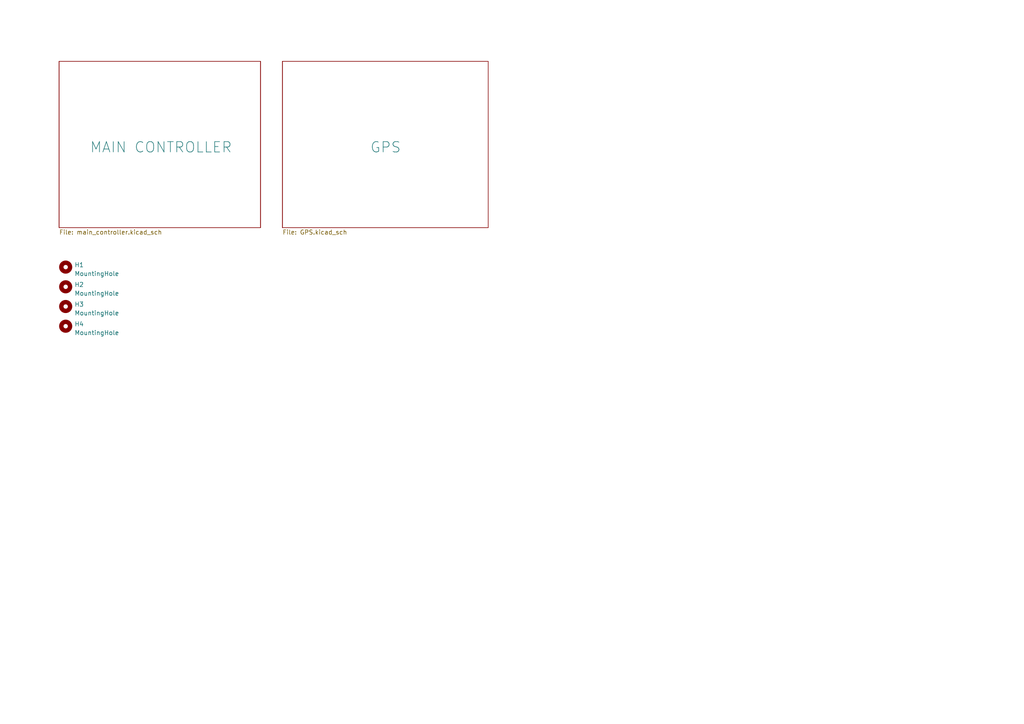
<source format=kicad_sch>
(kicad_sch (version 20230121) (generator eeschema)
  (paper "A4")
  (lib_symbols
    (symbol "Mechanical:MountingHole" (pin_names (offset 1.016))
      (property "Reference" "H" (at 0 5.08 0))
      (property "Value" "MountingHole" (at 0 3.175 0))
      (symbol "MountingHole_0_1"
        (circle (center 0 0) (radius 1.27) (stroke (width 1.27)))
      )
    )
  )
  (symbol (lib_id "Mechanical:MountingHole") (at 19.05 88.9 0) (unit 1)
    (property "Reference" "H3" (at 21.59 88.265 0) (effects (justify left)))
    (property "Value" "MountingHole" (at 21.59 90.805 0) (effects (justify left)))
    (property "Footprint" "MountingHole:MountingHole_3.2mm_M3_Pad" (effects hide))
  )
  (symbol (lib_id "Mechanical:MountingHole") (at 19.05 94.615 0) (unit 1)
    (property "Reference" "H4" (at 21.59 93.98 0) (effects (justify left)))
    (property "Value" "MountingHole" (at 21.59 96.52 0) (effects (justify left)))
    (property "Footprint" "MountingHole:MountingHole_3.2mm_M3_Pad" (effects hide))
  )
  (symbol (lib_id "Mechanical:MountingHole") (at 19.05 77.47 0) (unit 1)
    (property "Reference" "H1" (at 21.59 76.835 0) (effects (justify left)))
    (property "Value" "MountingHole" (at 21.59 79.375 0) (effects (justify left)))
    (property "Footprint" "MountingHole:MountingHole_3.2mm_M3_Pad" (effects hide))
  )
  (symbol (lib_id "Mechanical:MountingHole") (at 19.05 83.185 0) (unit 1)
    (property "Reference" "H2" (at 21.59 82.55 0) (effects (justify left)))
    (property "Value" "MountingHole" (at 21.59 85.09 0) (effects (justify left)))
    (property "Footprint" "MountingHole:MountingHole_3.2mm_M3_Pad" (effects hide))
  )
  (sheet (at 81.915 17.78) (size 59.69 48.26) (stroke (width 0.1524))
    (property "Sheetname" "GPS" (at 107.315 44.45 0) (effects (font (size 3 3)) (justify left bottom)))
    (property "Sheetfile" "GPS.kicad_sch" (at 81.915 66.6246 0) (effects (justify left top)))
  )
  (sheet (at 17.145 17.78) (size 58.42 48.26) (stroke (width 0.1524))
    (property "Sheetname" "MAIN CONTROLLER" (at 26.035 44.45 0) (effects (font (size 3 3)) (justify left bottom)))
    (property "Sheetfile" "main_controller.kicad_sch" (at 17.145 66.6246 0) (effects (justify left top)))
  )
)
</source>
